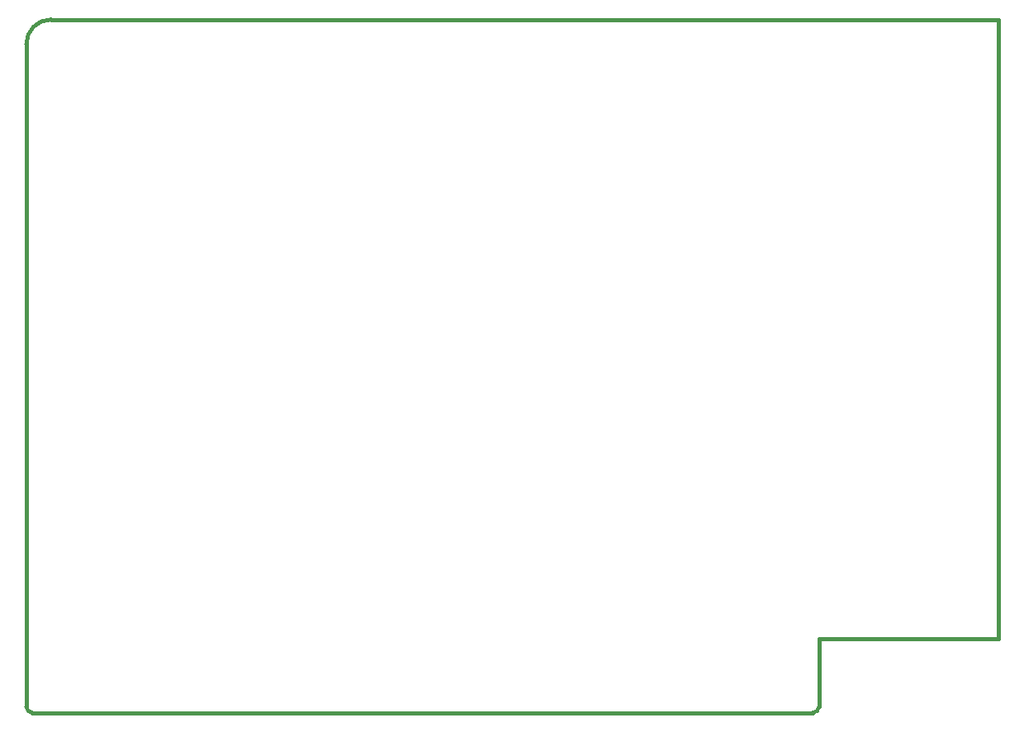
<source format=gm1>
%TF.GenerationSoftware,KiCad,Pcbnew,9.0.0*%
%TF.CreationDate,2025-03-26T11:16:54+02:00*%
%TF.ProjectId,xt-cf,78742d63-662e-46b6-9963-61645f706362,rev?*%
%TF.SameCoordinates,Original*%
%TF.FileFunction,Profile,NP*%
%FSLAX46Y46*%
G04 Gerber Fmt 4.6, Leading zero omitted, Abs format (unit mm)*
G04 Created by KiCad (PCBNEW 9.0.0) date 2025-03-26 11:16:54*
%MOMM*%
%LPD*%
G01*
G04 APERTURE LIST*
%TA.AperFunction,Profile*%
%ADD10C,0.381000*%
%TD*%
G04 APERTURE END LIST*
D10*
X201250000Y-127000000D02*
X182880000Y-127000000D01*
X182880000Y-133985000D02*
G75*
G02*
X182245000Y-134620000I-635000J0D01*
G01*
X104140000Y-63500000D02*
X201250000Y-63500000D01*
X102235000Y-134620000D02*
X182245000Y-134620000D01*
X101600000Y-133985000D02*
X101600000Y-66040000D01*
X182880000Y-133985000D02*
X182880000Y-127000000D01*
X102235000Y-134620000D02*
G75*
G02*
X101600000Y-133985000I0J635000D01*
G01*
X101600000Y-66040000D02*
G75*
G02*
X104140000Y-63500000I2540000J0D01*
G01*
X201250000Y-127000000D02*
X201250000Y-63500000D01*
M02*

</source>
